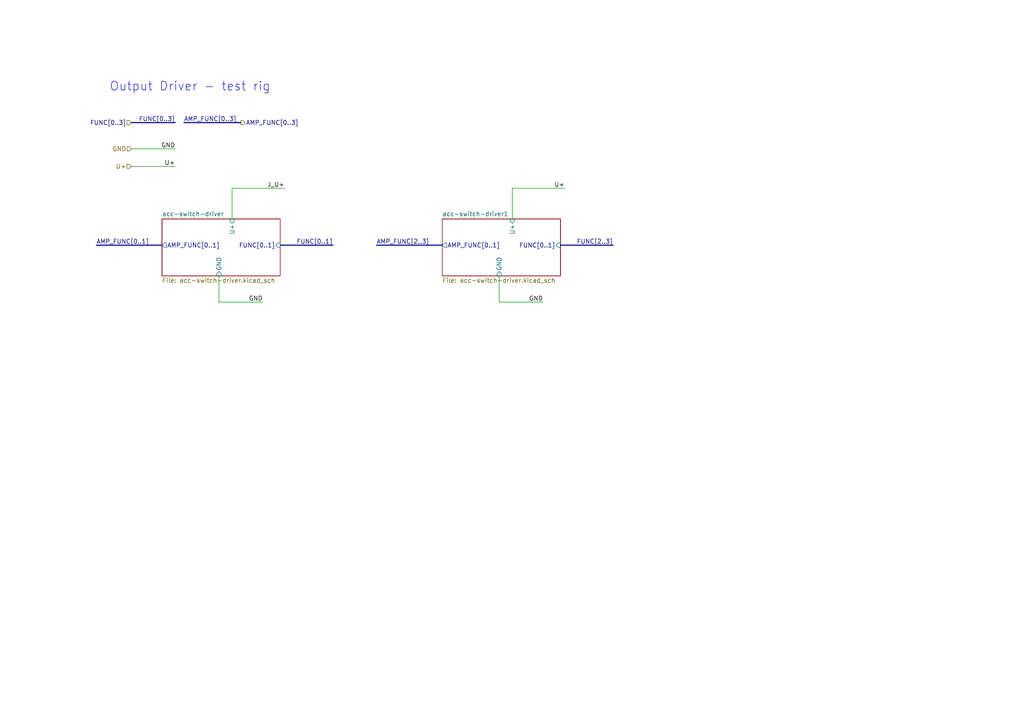
<source format=kicad_sch>
(kicad_sch
	(version 20231120)
	(generator "eeschema")
	(generator_version "8.0")
	(uuid "05e300d5-f5fa-4357-9552-f348c65b0d1e")
	(paper "A4")
	(title_block
		(title "xDuinoRail - LocDecoder - Development Kit")
		(date "2024-10-09")
		(rev "v0.2")
		(company "Chatelain Engineering, Bern - CH")
	)
	(lib_symbols)
	(wire
		(pts
			(xy 50.8 48.26) (xy 38.1 48.26)
		)
		(stroke
			(width 0)
			(type default)
		)
		(uuid "015ff77d-aec7-45d6-a0fd-b42ffbe16f89")
	)
	(wire
		(pts
			(xy 67.31 54.61) (xy 82.55 54.61)
		)
		(stroke
			(width 0)
			(type default)
		)
		(uuid "0d5fb40c-f68c-4711-bc61-d2d0f475d0cf")
	)
	(wire
		(pts
			(xy 144.78 80.01) (xy 144.78 87.63)
		)
		(stroke
			(width 0)
			(type default)
		)
		(uuid "20ccb396-df93-45ed-a23c-8578abd1bae1")
	)
	(bus
		(pts
			(xy 38.1 35.56) (xy 50.8 35.56)
		)
		(stroke
			(width 0)
			(type default)
		)
		(uuid "220c27e5-be08-442d-bee3-3c56599ce94c")
	)
	(bus
		(pts
			(xy 162.56 71.12) (xy 177.8 71.12)
		)
		(stroke
			(width 0)
			(type default)
		)
		(uuid "2afb276f-794f-48c0-9e85-6808f4cf953b")
	)
	(bus
		(pts
			(xy 27.94 71.12) (xy 46.99 71.12)
		)
		(stroke
			(width 0)
			(type default)
		)
		(uuid "2c0eb283-1d32-44dd-ac4e-1403056cb645")
	)
	(wire
		(pts
			(xy 76.2 87.63) (xy 63.5 87.63)
		)
		(stroke
			(width 0)
			(type default)
		)
		(uuid "2ff7468d-1182-45fe-a036-8a8c42c6e032")
	)
	(wire
		(pts
			(xy 148.59 63.5) (xy 148.59 54.61)
		)
		(stroke
			(width 0)
			(type default)
		)
		(uuid "3acc3a78-fade-4a12-b09d-172e1c1409c7")
	)
	(wire
		(pts
			(xy 67.31 63.5) (xy 67.31 54.61)
		)
		(stroke
			(width 0)
			(type default)
		)
		(uuid "85b316c7-e793-40a9-8c36-f9b5b0a1763a")
	)
	(wire
		(pts
			(xy 148.59 54.61) (xy 163.83 54.61)
		)
		(stroke
			(width 0)
			(type default)
		)
		(uuid "903a2dd0-02c7-4d9f-b423-341f4e2e8246")
	)
	(wire
		(pts
			(xy 50.8 43.18) (xy 38.1 43.18)
		)
		(stroke
			(width 0)
			(type default)
		)
		(uuid "9942931a-2e25-4271-b475-3965ff7f10b3")
	)
	(bus
		(pts
			(xy 109.22 71.12) (xy 128.27 71.12)
		)
		(stroke
			(width 0)
			(type default)
		)
		(uuid "a056cbdb-e025-46c8-a528-5cff7076e241")
	)
	(bus
		(pts
			(xy 81.28 71.12) (xy 96.52 71.12)
		)
		(stroke
			(width 0)
			(type default)
		)
		(uuid "ab105526-5f64-4df3-b1c3-1b7e7dccb031")
	)
	(wire
		(pts
			(xy 157.48 87.63) (xy 144.78 87.63)
		)
		(stroke
			(width 0)
			(type default)
		)
		(uuid "dc87bbbe-5efd-4b29-84ba-26b6df4f0670")
	)
	(wire
		(pts
			(xy 63.5 80.01) (xy 63.5 87.63)
		)
		(stroke
			(width 0)
			(type default)
		)
		(uuid "f04c372f-e8e8-4773-b79a-9dbe8537a921")
	)
	(bus
		(pts
			(xy 53.34 35.56) (xy 69.85 35.56)
		)
		(stroke
			(width 0)
			(type default)
		)
		(uuid "f4a9fcde-952c-4c49-8f00-626a617511cc")
	)
	(text "Output Driver - test rig"
		(exclude_from_sim no)
		(at 31.75 26.67 0)
		(effects
			(font
				(size 2.54 2.54)
			)
			(justify left bottom)
		)
		(uuid "7128dfe5-4d62-41cf-89ec-af50d189f50c")
	)
	(label "AMP_FUNC[0..1]"
		(at 27.94 71.12 0)
		(fields_autoplaced yes)
		(effects
			(font
				(size 1.27 1.27)
			)
			(justify left bottom)
		)
		(uuid "20e3087b-91fe-4231-9793-092888a70b5a")
	)
	(label "U+"
		(at 50.8 48.26 180)
		(fields_autoplaced yes)
		(effects
			(font
				(size 1.27 1.27)
			)
			(justify right bottom)
		)
		(uuid "424b8651-cbe0-49ef-9370-4e3fe320f45d")
	)
	(label "J_U+"
		(at 82.55 54.61 180)
		(fields_autoplaced yes)
		(effects
			(font
				(size 1.27 1.27)
			)
			(justify right bottom)
		)
		(uuid "65e1d1fc-32f7-4e4e-a054-614d2a1f61af")
	)
	(label "GND"
		(at 76.2 87.63 180)
		(fields_autoplaced yes)
		(effects
			(font
				(size 1.27 1.27)
			)
			(justify right bottom)
		)
		(uuid "7d0644b2-99e3-4bc2-a3dd-2af35ed1893d")
	)
	(label "U+"
		(at 163.83 54.61 180)
		(fields_autoplaced yes)
		(effects
			(font
				(size 1.27 1.27)
			)
			(justify right bottom)
		)
		(uuid "84ecf7fa-e192-4caf-ae05-d96263929363")
	)
	(label "FUNC[0..1]"
		(at 96.52 71.12 180)
		(fields_autoplaced yes)
		(effects
			(font
				(size 1.27 1.27)
			)
			(justify right bottom)
		)
		(uuid "85cf3f06-bdd0-412f-b112-77575e824590")
	)
	(label "FUNC[2..3]"
		(at 177.8 71.12 180)
		(fields_autoplaced yes)
		(effects
			(font
				(size 1.27 1.27)
			)
			(justify right bottom)
		)
		(uuid "97057d78-de9f-4504-943f-ea57854efe0c")
	)
	(label "AMP_FUNC[2..3]"
		(at 109.22 71.12 0)
		(fields_autoplaced yes)
		(effects
			(font
				(size 1.27 1.27)
			)
			(justify left bottom)
		)
		(uuid "9bf6482d-ad07-4f31-8c1f-97eb529292b7")
	)
	(label "GND"
		(at 157.48 87.63 180)
		(fields_autoplaced yes)
		(effects
			(font
				(size 1.27 1.27)
			)
			(justify right bottom)
		)
		(uuid "d3b6bdb8-e81e-412c-8060-a6270f85178d")
	)
	(label "AMP_FUNC[0..3]"
		(at 53.34 35.56 0)
		(fields_autoplaced yes)
		(effects
			(font
				(size 1.27 1.27)
			)
			(justify left bottom)
		)
		(uuid "dc5d47d7-f25b-4493-8078-55b2182d74ac")
	)
	(label "GND"
		(at 50.8 43.18 180)
		(fields_autoplaced yes)
		(effects
			(font
				(size 1.27 1.27)
			)
			(justify right bottom)
		)
		(uuid "ea6bf829-e025-4e65-8338-b85378095ba3")
	)
	(label "FUNC[0..3]"
		(at 50.8 35.56 180)
		(fields_autoplaced yes)
		(effects
			(font
				(size 1.27 1.27)
			)
			(justify right bottom)
		)
		(uuid "f5e64c39-c1a5-4a71-8e7c-85ecc196723f")
	)
	(hierarchical_label "U+"
		(shape input)
		(at 38.1 48.26 180)
		(fields_autoplaced yes)
		(effects
			(font
				(size 1.27 1.27)
			)
			(justify right)
		)
		(uuid "21e69970-767a-4406-8afa-aef55f8aaa1e")
	)
	(hierarchical_label "AMP_FUNC[0..3]"
		(shape output)
		(at 69.85 35.56 0)
		(fields_autoplaced yes)
		(effects
			(font
				(size 1.27 1.27)
			)
			(justify left)
		)
		(uuid "2d686152-e5ab-4371-8714-f6d56385322d")
	)
	(hierarchical_label "GND"
		(shape input)
		(at 38.1 43.18 180)
		(fields_autoplaced yes)
		(effects
			(font
				(size 1.27 1.27)
			)
			(justify right)
		)
		(uuid "aa8cce5f-bfbb-4f3c-b425-cdd14ff20fc7")
	)
	(hierarchical_label "FUNC[0..3]"
		(shape input)
		(at 38.1 35.56 180)
		(fields_autoplaced yes)
		(effects
			(font
				(size 1.27 1.27)
			)
			(justify right)
		)
		(uuid "ae18ef9a-b573-4bfc-b476-46580ba4965c")
	)
	(sheet
		(at 128.27 63.5)
		(size 34.29 16.51)
		(fields_autoplaced yes)
		(stroke
			(width 0.1524)
			(type solid)
		)
		(fill
			(color 0 0 0 0.0000)
		)
		(uuid "1aed561a-e7bc-4273-a622-728b342e7c57")
		(property "Sheetname" "acc-switch-driver1"
			(at 128.27 62.7884 0)
			(effects
				(font
					(size 1.27 1.27)
				)
				(justify left bottom)
			)
		)
		(property "Sheetfile" "acc-switch-driver.kicad_sch"
			(at 128.27 80.5946 0)
			(effects
				(font
					(size 1.27 1.27)
				)
				(justify left top)
			)
		)
		(pin "AMP_FUNC[0..1]" output
			(at 128.27 71.12 180)
			(effects
				(font
					(size 1.27 1.27)
				)
				(justify left)
			)
			(uuid "48128cde-eca5-41ae-a91e-bc28f2a2b197")
		)
		(pin "FUNC[0..1]" input
			(at 162.56 71.12 0)
			(effects
				(font
					(size 1.27 1.27)
				)
				(justify right)
			)
			(uuid "17184d4d-7458-4e09-9a31-78778376b225")
		)
		(pin "GND" input
			(at 144.78 80.01 270)
			(effects
				(font
					(size 1.27 1.27)
				)
				(justify left)
			)
			(uuid "41851249-3fb3-414d-967d-c6af7b8f8db9")
		)
		(pin "U+" input
			(at 148.59 63.5 90)
			(effects
				(font
					(size 1.27 1.27)
				)
				(justify right)
			)
			(uuid "074acaaa-e0bd-4497-a71a-10bc464cfb9a")
		)
		(instances
			(project "xDuinoRail-Accessory-Midi"
				(path "/fb33ec4e-6596-45d2-a121-8d3475acd69a/0f7342cb-b0d3-4e64-8caf-be88b3b229fb"
					(page "5")
				)
			)
		)
	)
	(sheet
		(at 46.99 63.5)
		(size 34.29 16.51)
		(fields_autoplaced yes)
		(stroke
			(width 0.1524)
			(type solid)
		)
		(fill
			(color 0 0 0 0.0000)
		)
		(uuid "ca8e45e5-1849-4284-8acc-c8cb6b271a6f")
		(property "Sheetname" "acc-switch-driver"
			(at 46.99 62.7884 0)
			(effects
				(font
					(size 1.27 1.27)
				)
				(justify left bottom)
			)
		)
		(property "Sheetfile" "acc-switch-driver.kicad_sch"
			(at 46.99 80.5946 0)
			(effects
				(font
					(size 1.27 1.27)
				)
				(justify left top)
			)
		)
		(pin "AMP_FUNC[0..1]" output
			(at 46.99 71.12 180)
			(effects
				(font
					(size 1.27 1.27)
				)
				(justify left)
			)
			(uuid "622f336f-5526-4971-b5e8-f5d2c25c008a")
		)
		(pin "FUNC[0..1]" input
			(at 81.28 71.12 0)
			(effects
				(font
					(size 1.27 1.27)
				)
				(justify right)
			)
			(uuid "d19801b9-f1de-4982-917d-6d0a2590a432")
		)
		(pin "GND" input
			(at 63.5 80.01 270)
			(effects
				(font
					(size 1.27 1.27)
				)
				(justify left)
			)
			(uuid "a387aa50-d98d-4792-97ad-8c7e09f604d0")
		)
		(pin "U+" input
			(at 67.31 63.5 90)
			(effects
				(font
					(size 1.27 1.27)
				)
				(justify right)
			)
			(uuid "c304e7f2-e20b-4bc9-bad3-29428f5fda04")
		)
		(instances
			(project "acc-switch-driver-dual"
				(path "/05e300d5-f5fa-4357-9552-f348c65b0d1e"
					(page "2")
				)
			)
			(project ""
				(path "/0f7342cb-b0d3-4e64-8caf-be88b3b229fb"
					(page "#")
				)
			)
			(project "xDuinoRail-Accessory-Midi"
				(path "/fb33ec4e-6596-45d2-a121-8d3475acd69a/0f7342cb-b0d3-4e64-8caf-be88b3b229fb"
					(page "#")
				)
			)
		)
	)
)

</source>
